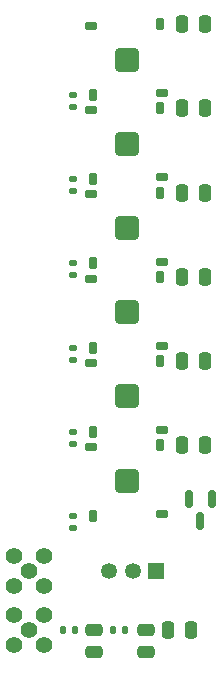
<source format=gts>
G04 #@! TF.GenerationSoftware,KiCad,Pcbnew,8.0.1-8.0.1-1~ubuntu22.04.1*
G04 #@! TF.CreationDate,2024-03-18T13:01:17-05:00*
G04 #@! TF.ProjectId,onsemi-version,6f6e7365-6d69-42d7-9665-7273696f6e2e,rev?*
G04 #@! TF.SameCoordinates,Original*
G04 #@! TF.FileFunction,Soldermask,Top*
G04 #@! TF.FilePolarity,Negative*
%FSLAX46Y46*%
G04 Gerber Fmt 4.6, Leading zero omitted, Abs format (unit mm)*
G04 Created by KiCad (PCBNEW 8.0.1-8.0.1-1~ubuntu22.04.1) date 2024-03-18 13:01:17*
%MOMM*%
%LPD*%
G01*
G04 APERTURE LIST*
G04 Aperture macros list*
%AMRoundRect*
0 Rectangle with rounded corners*
0 $1 Rounding radius*
0 $2 $3 $4 $5 $6 $7 $8 $9 X,Y pos of 4 corners*
0 Add a 4 corners polygon primitive as box body*
4,1,4,$2,$3,$4,$5,$6,$7,$8,$9,$2,$3,0*
0 Add four circle primitives for the rounded corners*
1,1,$1+$1,$2,$3*
1,1,$1+$1,$4,$5*
1,1,$1+$1,$6,$7*
1,1,$1+$1,$8,$9*
0 Add four rect primitives between the rounded corners*
20,1,$1+$1,$2,$3,$4,$5,0*
20,1,$1+$1,$4,$5,$6,$7,0*
20,1,$1+$1,$6,$7,$8,$9,0*
20,1,$1+$1,$8,$9,$2,$3,0*%
G04 Aperture macros list end*
%ADD10RoundRect,0.090000X0.210000X-0.460000X0.210000X0.460000X-0.210000X0.460000X-0.210000X-0.460000X0*%
%ADD11RoundRect,0.090000X0.460000X0.210000X-0.460000X0.210000X-0.460000X-0.210000X0.460000X-0.210000X0*%
%ADD12RoundRect,0.090000X-0.210000X0.460000X-0.210000X-0.460000X0.210000X-0.460000X0.210000X0.460000X0*%
%ADD13RoundRect,0.090000X-0.460000X-0.210000X0.460000X-0.210000X0.460000X0.210000X-0.460000X0.210000X0*%
%ADD14RoundRect,0.300000X-0.700000X-0.700000X0.700000X-0.700000X0.700000X0.700000X-0.700000X0.700000X0*%
%ADD15RoundRect,0.250000X0.475000X-0.250000X0.475000X0.250000X-0.475000X0.250000X-0.475000X-0.250000X0*%
%ADD16RoundRect,0.250000X0.250000X0.475000X-0.250000X0.475000X-0.250000X-0.475000X0.250000X-0.475000X0*%
%ADD17RoundRect,0.135000X-0.185000X0.135000X-0.185000X-0.135000X0.185000X-0.135000X0.185000X0.135000X0*%
%ADD18RoundRect,0.150000X-0.150000X0.587500X-0.150000X-0.587500X0.150000X-0.587500X0.150000X0.587500X0*%
%ADD19RoundRect,0.135000X0.135000X0.185000X-0.135000X0.185000X-0.135000X-0.185000X0.135000X-0.185000X0*%
%ADD20C,1.397000*%
%ADD21R,1.350000X1.350000*%
%ADD22C,1.350000*%
G04 APERTURE END LIST*
D10*
X50650000Y-75096000D03*
D11*
X56500000Y-74946000D03*
D12*
X56350000Y-69096000D03*
D13*
X50500000Y-69246000D03*
D14*
X53500000Y-72096000D03*
D15*
X55125000Y-93732000D03*
X55125000Y-91832000D03*
D16*
X60100000Y-54832000D03*
X58200000Y-54832000D03*
D10*
X50650000Y-82228000D03*
D11*
X56500000Y-82078000D03*
D12*
X56350000Y-76228000D03*
D13*
X50500000Y-76378000D03*
D14*
X53500000Y-79228000D03*
D17*
X48990000Y-60832000D03*
X48990000Y-61852000D03*
D16*
X60100000Y-69096000D03*
X58200000Y-69096000D03*
D18*
X60700000Y-80800000D03*
X58800000Y-80800000D03*
X59750000Y-82675000D03*
D10*
X50650000Y-60832000D03*
D11*
X56500000Y-60682000D03*
D12*
X56350000Y-54832000D03*
D13*
X50500000Y-54982000D03*
D14*
X53500000Y-57832000D03*
D16*
X60100000Y-76228000D03*
X58200000Y-76228000D03*
D19*
X49135000Y-91832000D03*
X48115000Y-91832000D03*
D10*
X50650000Y-46568000D03*
D11*
X56500000Y-46418000D03*
D12*
X56350000Y-40568000D03*
D13*
X50500000Y-40718000D03*
D14*
X53500000Y-43568000D03*
D10*
X50650000Y-67964000D03*
D11*
X56500000Y-67814000D03*
D12*
X56350000Y-61964000D03*
D13*
X50500000Y-62114000D03*
D14*
X53500000Y-64964000D03*
D20*
X45195000Y-86902000D03*
X43925000Y-85632000D03*
X43925000Y-88172000D03*
X46465000Y-88172000D03*
X46465000Y-85632000D03*
D17*
X48990000Y-82228000D03*
X48990000Y-83248000D03*
X48990000Y-75112000D03*
X48990000Y-76132000D03*
D16*
X60100000Y-61964000D03*
X58200000Y-61964000D03*
D10*
X50650000Y-53700000D03*
D11*
X56500000Y-53550000D03*
D12*
X56350000Y-47700000D03*
D13*
X50500000Y-47850000D03*
D14*
X53500000Y-50700000D03*
D17*
X48990000Y-67964000D03*
X48990000Y-68984000D03*
D15*
X50745000Y-93732000D03*
X50745000Y-91832000D03*
D19*
X53375000Y-91832000D03*
X52355000Y-91832000D03*
D16*
X58915000Y-91832000D03*
X57015000Y-91832000D03*
X60100000Y-47700000D03*
X58200000Y-47700000D03*
X60100000Y-40568000D03*
X58200000Y-40568000D03*
D17*
X48990000Y-46568000D03*
X48990000Y-47588000D03*
D21*
X56000000Y-86832000D03*
D22*
X54000000Y-86832000D03*
X52000000Y-86832000D03*
D17*
X48990000Y-53700000D03*
X48990000Y-54720000D03*
D20*
X45195000Y-91832000D03*
X43925000Y-90562000D03*
X43925000Y-93102000D03*
X46465000Y-93102000D03*
X46465000Y-90562000D03*
M02*

</source>
